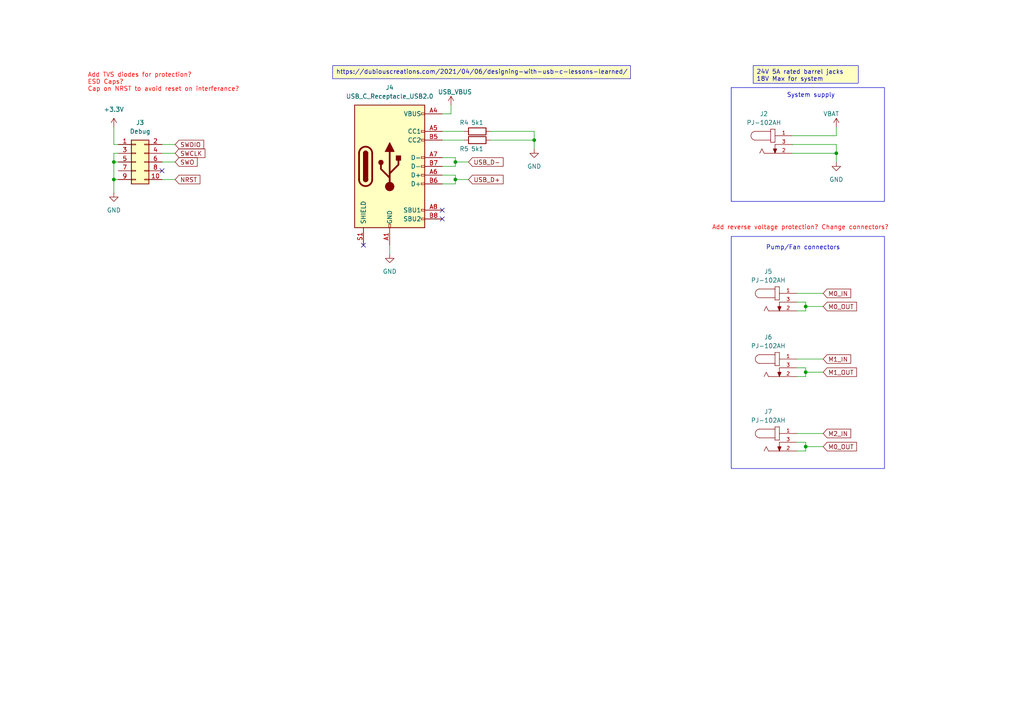
<source format=kicad_sch>
(kicad_sch
	(version 20231120)
	(generator "eeschema")
	(generator_version "8.0")
	(uuid "1a26cf22-fd0c-4162-98f6-e2148724eb96")
	(paper "A4")
	(lib_symbols
		(symbol "Connector:USB_C_Receptacle_USB2.0"
			(pin_names
				(offset 1.016)
			)
			(exclude_from_sim no)
			(in_bom yes)
			(on_board yes)
			(property "Reference" "J"
				(at -10.16 19.05 0)
				(effects
					(font
						(size 1.27 1.27)
					)
					(justify left)
				)
			)
			(property "Value" "USB_C_Receptacle_USB2.0"
				(at 19.05 19.05 0)
				(effects
					(font
						(size 1.27 1.27)
					)
					(justify right)
				)
			)
			(property "Footprint" ""
				(at 3.81 0 0)
				(effects
					(font
						(size 1.27 1.27)
					)
					(hide yes)
				)
			)
			(property "Datasheet" "https://www.usb.org/sites/default/files/documents/usb_type-c.zip"
				(at 3.81 0 0)
				(effects
					(font
						(size 1.27 1.27)
					)
					(hide yes)
				)
			)
			(property "Description" "USB 2.0-only Type-C Receptacle connector"
				(at 0 0 0)
				(effects
					(font
						(size 1.27 1.27)
					)
					(hide yes)
				)
			)
			(property "ki_keywords" "usb universal serial bus type-C USB2.0"
				(at 0 0 0)
				(effects
					(font
						(size 1.27 1.27)
					)
					(hide yes)
				)
			)
			(property "ki_fp_filters" "USB*C*Receptacle*"
				(at 0 0 0)
				(effects
					(font
						(size 1.27 1.27)
					)
					(hide yes)
				)
			)
			(symbol "USB_C_Receptacle_USB2.0_0_0"
				(rectangle
					(start -0.254 -17.78)
					(end 0.254 -16.764)
					(stroke
						(width 0)
						(type default)
					)
					(fill
						(type none)
					)
				)
				(rectangle
					(start 10.16 -14.986)
					(end 9.144 -15.494)
					(stroke
						(width 0)
						(type default)
					)
					(fill
						(type none)
					)
				)
				(rectangle
					(start 10.16 -12.446)
					(end 9.144 -12.954)
					(stroke
						(width 0)
						(type default)
					)
					(fill
						(type none)
					)
				)
				(rectangle
					(start 10.16 -4.826)
					(end 9.144 -5.334)
					(stroke
						(width 0)
						(type default)
					)
					(fill
						(type none)
					)
				)
				(rectangle
					(start 10.16 -2.286)
					(end 9.144 -2.794)
					(stroke
						(width 0)
						(type default)
					)
					(fill
						(type none)
					)
				)
				(rectangle
					(start 10.16 0.254)
					(end 9.144 -0.254)
					(stroke
						(width 0)
						(type default)
					)
					(fill
						(type none)
					)
				)
				(rectangle
					(start 10.16 2.794)
					(end 9.144 2.286)
					(stroke
						(width 0)
						(type default)
					)
					(fill
						(type none)
					)
				)
				(rectangle
					(start 10.16 7.874)
					(end 9.144 7.366)
					(stroke
						(width 0)
						(type default)
					)
					(fill
						(type none)
					)
				)
				(rectangle
					(start 10.16 10.414)
					(end 9.144 9.906)
					(stroke
						(width 0)
						(type default)
					)
					(fill
						(type none)
					)
				)
				(rectangle
					(start 10.16 15.494)
					(end 9.144 14.986)
					(stroke
						(width 0)
						(type default)
					)
					(fill
						(type none)
					)
				)
			)
			(symbol "USB_C_Receptacle_USB2.0_0_1"
				(rectangle
					(start -10.16 17.78)
					(end 10.16 -17.78)
					(stroke
						(width 0.254)
						(type default)
					)
					(fill
						(type background)
					)
				)
				(arc
					(start -8.89 -3.81)
					(mid -6.985 -5.7067)
					(end -5.08 -3.81)
					(stroke
						(width 0.508)
						(type default)
					)
					(fill
						(type none)
					)
				)
				(arc
					(start -7.62 -3.81)
					(mid -6.985 -4.4423)
					(end -6.35 -3.81)
					(stroke
						(width 0.254)
						(type default)
					)
					(fill
						(type none)
					)
				)
				(arc
					(start -7.62 -3.81)
					(mid -6.985 -4.4423)
					(end -6.35 -3.81)
					(stroke
						(width 0.254)
						(type default)
					)
					(fill
						(type outline)
					)
				)
				(rectangle
					(start -7.62 -3.81)
					(end -6.35 3.81)
					(stroke
						(width 0.254)
						(type default)
					)
					(fill
						(type outline)
					)
				)
				(arc
					(start -6.35 3.81)
					(mid -6.985 4.4423)
					(end -7.62 3.81)
					(stroke
						(width 0.254)
						(type default)
					)
					(fill
						(type none)
					)
				)
				(arc
					(start -6.35 3.81)
					(mid -6.985 4.4423)
					(end -7.62 3.81)
					(stroke
						(width 0.254)
						(type default)
					)
					(fill
						(type outline)
					)
				)
				(arc
					(start -5.08 3.81)
					(mid -6.985 5.7067)
					(end -8.89 3.81)
					(stroke
						(width 0.508)
						(type default)
					)
					(fill
						(type none)
					)
				)
				(circle
					(center -2.54 1.143)
					(radius 0.635)
					(stroke
						(width 0.254)
						(type default)
					)
					(fill
						(type outline)
					)
				)
				(circle
					(center 0 -5.842)
					(radius 1.27)
					(stroke
						(width 0)
						(type default)
					)
					(fill
						(type outline)
					)
				)
				(polyline
					(pts
						(xy -8.89 -3.81) (xy -8.89 3.81)
					)
					(stroke
						(width 0.508)
						(type default)
					)
					(fill
						(type none)
					)
				)
				(polyline
					(pts
						(xy -5.08 3.81) (xy -5.08 -3.81)
					)
					(stroke
						(width 0.508)
						(type default)
					)
					(fill
						(type none)
					)
				)
				(polyline
					(pts
						(xy 0 -5.842) (xy 0 4.318)
					)
					(stroke
						(width 0.508)
						(type default)
					)
					(fill
						(type none)
					)
				)
				(polyline
					(pts
						(xy 0 -3.302) (xy -2.54 -0.762) (xy -2.54 0.508)
					)
					(stroke
						(width 0.508)
						(type default)
					)
					(fill
						(type none)
					)
				)
				(polyline
					(pts
						(xy 0 -2.032) (xy 2.54 0.508) (xy 2.54 1.778)
					)
					(stroke
						(width 0.508)
						(type default)
					)
					(fill
						(type none)
					)
				)
				(polyline
					(pts
						(xy -1.27 4.318) (xy 0 6.858) (xy 1.27 4.318) (xy -1.27 4.318)
					)
					(stroke
						(width 0.254)
						(type default)
					)
					(fill
						(type outline)
					)
				)
				(rectangle
					(start 1.905 1.778)
					(end 3.175 3.048)
					(stroke
						(width 0.254)
						(type default)
					)
					(fill
						(type outline)
					)
				)
			)
			(symbol "USB_C_Receptacle_USB2.0_1_1"
				(pin passive line
					(at 0 -22.86 90)
					(length 5.08)
					(name "GND"
						(effects
							(font
								(size 1.27 1.27)
							)
						)
					)
					(number "A1"
						(effects
							(font
								(size 1.27 1.27)
							)
						)
					)
				)
				(pin passive line
					(at 0 -22.86 90)
					(length 5.08) hide
					(name "GND"
						(effects
							(font
								(size 1.27 1.27)
							)
						)
					)
					(number "A12"
						(effects
							(font
								(size 1.27 1.27)
							)
						)
					)
				)
				(pin passive line
					(at 15.24 15.24 180)
					(length 5.08)
					(name "VBUS"
						(effects
							(font
								(size 1.27 1.27)
							)
						)
					)
					(number "A4"
						(effects
							(font
								(size 1.27 1.27)
							)
						)
					)
				)
				(pin bidirectional line
					(at 15.24 10.16 180)
					(length 5.08)
					(name "CC1"
						(effects
							(font
								(size 1.27 1.27)
							)
						)
					)
					(number "A5"
						(effects
							(font
								(size 1.27 1.27)
							)
						)
					)
				)
				(pin bidirectional line
					(at 15.24 -2.54 180)
					(length 5.08)
					(name "D+"
						(effects
							(font
								(size 1.27 1.27)
							)
						)
					)
					(number "A6"
						(effects
							(font
								(size 1.27 1.27)
							)
						)
					)
				)
				(pin bidirectional line
					(at 15.24 2.54 180)
					(length 5.08)
					(name "D-"
						(effects
							(font
								(size 1.27 1.27)
							)
						)
					)
					(number "A7"
						(effects
							(font
								(size 1.27 1.27)
							)
						)
					)
				)
				(pin bidirectional line
					(at 15.24 -12.7 180)
					(length 5.08)
					(name "SBU1"
						(effects
							(font
								(size 1.27 1.27)
							)
						)
					)
					(number "A8"
						(effects
							(font
								(size 1.27 1.27)
							)
						)
					)
				)
				(pin passive line
					(at 15.24 15.24 180)
					(length 5.08) hide
					(name "VBUS"
						(effects
							(font
								(size 1.27 1.27)
							)
						)
					)
					(number "A9"
						(effects
							(font
								(size 1.27 1.27)
							)
						)
					)
				)
				(pin passive line
					(at 0 -22.86 90)
					(length 5.08) hide
					(name "GND"
						(effects
							(font
								(size 1.27 1.27)
							)
						)
					)
					(number "B1"
						(effects
							(font
								(size 1.27 1.27)
							)
						)
					)
				)
				(pin passive line
					(at 0 -22.86 90)
					(length 5.08) hide
					(name "GND"
						(effects
							(font
								(size 1.27 1.27)
							)
						)
					)
					(number "B12"
						(effects
							(font
								(size 1.27 1.27)
							)
						)
					)
				)
				(pin passive line
					(at 15.24 15.24 180)
					(length 5.08) hide
					(name "VBUS"
						(effects
							(font
								(size 1.27 1.27)
							)
						)
					)
					(number "B4"
						(effects
							(font
								(size 1.27 1.27)
							)
						)
					)
				)
				(pin bidirectional line
					(at 15.24 7.62 180)
					(length 5.08)
					(name "CC2"
						(effects
							(font
								(size 1.27 1.27)
							)
						)
					)
					(number "B5"
						(effects
							(font
								(size 1.27 1.27)
							)
						)
					)
				)
				(pin bidirectional line
					(at 15.24 -5.08 180)
					(length 5.08)
					(name "D+"
						(effects
							(font
								(size 1.27 1.27)
							)
						)
					)
					(number "B6"
						(effects
							(font
								(size 1.27 1.27)
							)
						)
					)
				)
				(pin bidirectional line
					(at 15.24 0 180)
					(length 5.08)
					(name "D-"
						(effects
							(font
								(size 1.27 1.27)
							)
						)
					)
					(number "B7"
						(effects
							(font
								(size 1.27 1.27)
							)
						)
					)
				)
				(pin bidirectional line
					(at 15.24 -15.24 180)
					(length 5.08)
					(name "SBU2"
						(effects
							(font
								(size 1.27 1.27)
							)
						)
					)
					(number "B8"
						(effects
							(font
								(size 1.27 1.27)
							)
						)
					)
				)
				(pin passive line
					(at 15.24 15.24 180)
					(length 5.08) hide
					(name "VBUS"
						(effects
							(font
								(size 1.27 1.27)
							)
						)
					)
					(number "B9"
						(effects
							(font
								(size 1.27 1.27)
							)
						)
					)
				)
				(pin passive line
					(at -7.62 -22.86 90)
					(length 5.08)
					(name "SHIELD"
						(effects
							(font
								(size 1.27 1.27)
							)
						)
					)
					(number "S1"
						(effects
							(font
								(size 1.27 1.27)
							)
						)
					)
				)
			)
		)
		(symbol "Connector_Generic:Conn_02x05_Odd_Even"
			(pin_names
				(offset 1.016) hide)
			(exclude_from_sim no)
			(in_bom yes)
			(on_board yes)
			(property "Reference" "J"
				(at 1.27 7.62 0)
				(effects
					(font
						(size 1.27 1.27)
					)
				)
			)
			(property "Value" "Conn_02x05_Odd_Even"
				(at 1.27 -7.62 0)
				(effects
					(font
						(size 1.27 1.27)
					)
				)
			)
			(property "Footprint" ""
				(at 0 0 0)
				(effects
					(font
						(size 1.27 1.27)
					)
					(hide yes)
				)
			)
			(property "Datasheet" "~"
				(at 0 0 0)
				(effects
					(font
						(size 1.27 1.27)
					)
					(hide yes)
				)
			)
			(property "Description" "Generic connector, double row, 02x05, odd/even pin numbering scheme (row 1 odd numbers, row 2 even numbers), script generated (kicad-library-utils/schlib/autogen/connector/)"
				(at 0 0 0)
				(effects
					(font
						(size 1.27 1.27)
					)
					(hide yes)
				)
			)
			(property "ki_keywords" "connector"
				(at 0 0 0)
				(effects
					(font
						(size 1.27 1.27)
					)
					(hide yes)
				)
			)
			(property "ki_fp_filters" "Connector*:*_2x??_*"
				(at 0 0 0)
				(effects
					(font
						(size 1.27 1.27)
					)
					(hide yes)
				)
			)
			(symbol "Conn_02x05_Odd_Even_1_1"
				(rectangle
					(start -1.27 -4.953)
					(end 0 -5.207)
					(stroke
						(width 0.1524)
						(type default)
					)
					(fill
						(type none)
					)
				)
				(rectangle
					(start -1.27 -2.413)
					(end 0 -2.667)
					(stroke
						(width 0.1524)
						(type default)
					)
					(fill
						(type none)
					)
				)
				(rectangle
					(start -1.27 0.127)
					(end 0 -0.127)
					(stroke
						(width 0.1524)
						(type default)
					)
					(fill
						(type none)
					)
				)
				(rectangle
					(start -1.27 2.667)
					(end 0 2.413)
					(stroke
						(width 0.1524)
						(type default)
					)
					(fill
						(type none)
					)
				)
				(rectangle
					(start -1.27 5.207)
					(end 0 4.953)
					(stroke
						(width 0.1524)
						(type default)
					)
					(fill
						(type none)
					)
				)
				(rectangle
					(start -1.27 6.35)
					(end 3.81 -6.35)
					(stroke
						(width 0.254)
						(type default)
					)
					(fill
						(type background)
					)
				)
				(rectangle
					(start 3.81 -4.953)
					(end 2.54 -5.207)
					(stroke
						(width 0.1524)
						(type default)
					)
					(fill
						(type none)
					)
				)
				(rectangle
					(start 3.81 -2.413)
					(end 2.54 -2.667)
					(stroke
						(width 0.1524)
						(type default)
					)
					(fill
						(type none)
					)
				)
				(rectangle
					(start 3.81 0.127)
					(end 2.54 -0.127)
					(stroke
						(width 0.1524)
						(type default)
					)
					(fill
						(type none)
					)
				)
				(rectangle
					(start 3.81 2.667)
					(end 2.54 2.413)
					(stroke
						(width 0.1524)
						(type default)
					)
					(fill
						(type none)
					)
				)
				(rectangle
					(start 3.81 5.207)
					(end 2.54 4.953)
					(stroke
						(width 0.1524)
						(type default)
					)
					(fill
						(type none)
					)
				)
				(pin passive line
					(at -5.08 5.08 0)
					(length 3.81)
					(name "Pin_1"
						(effects
							(font
								(size 1.27 1.27)
							)
						)
					)
					(number "1"
						(effects
							(font
								(size 1.27 1.27)
							)
						)
					)
				)
				(pin passive line
					(at 7.62 -5.08 180)
					(length 3.81)
					(name "Pin_10"
						(effects
							(font
								(size 1.27 1.27)
							)
						)
					)
					(number "10"
						(effects
							(font
								(size 1.27 1.27)
							)
						)
					)
				)
				(pin passive line
					(at 7.62 5.08 180)
					(length 3.81)
					(name "Pin_2"
						(effects
							(font
								(size 1.27 1.27)
							)
						)
					)
					(number "2"
						(effects
							(font
								(size 1.27 1.27)
							)
						)
					)
				)
				(pin passive line
					(at -5.08 2.54 0)
					(length 3.81)
					(name "Pin_3"
						(effects
							(font
								(size 1.27 1.27)
							)
						)
					)
					(number "3"
						(effects
							(font
								(size 1.27 1.27)
							)
						)
					)
				)
				(pin passive line
					(at 7.62 2.54 180)
					(length 3.81)
					(name "Pin_4"
						(effects
							(font
								(size 1.27 1.27)
							)
						)
					)
					(number "4"
						(effects
							(font
								(size 1.27 1.27)
							)
						)
					)
				)
				(pin passive line
					(at -5.08 0 0)
					(length 3.81)
					(name "Pin_5"
						(effects
							(font
								(size 1.27 1.27)
							)
						)
					)
					(number "5"
						(effects
							(font
								(size 1.27 1.27)
							)
						)
					)
				)
				(pin passive line
					(at 7.62 0 180)
					(length 3.81)
					(name "Pin_6"
						(effects
							(font
								(size 1.27 1.27)
							)
						)
					)
					(number "6"
						(effects
							(font
								(size 1.27 1.27)
							)
						)
					)
				)
				(pin passive line
					(at -5.08 -2.54 0)
					(length 3.81)
					(name "Pin_7"
						(effects
							(font
								(size 1.27 1.27)
							)
						)
					)
					(number "7"
						(effects
							(font
								(size 1.27 1.27)
							)
						)
					)
				)
				(pin passive line
					(at 7.62 -2.54 180)
					(length 3.81)
					(name "Pin_8"
						(effects
							(font
								(size 1.27 1.27)
							)
						)
					)
					(number "8"
						(effects
							(font
								(size 1.27 1.27)
							)
						)
					)
				)
				(pin passive line
					(at -5.08 -5.08 0)
					(length 3.81)
					(name "Pin_9"
						(effects
							(font
								(size 1.27 1.27)
							)
						)
					)
					(number "9"
						(effects
							(font
								(size 1.27 1.27)
							)
						)
					)
				)
			)
		)
		(symbol "Device:R"
			(pin_numbers hide)
			(pin_names
				(offset 0)
			)
			(exclude_from_sim no)
			(in_bom yes)
			(on_board yes)
			(property "Reference" "R"
				(at 2.032 0 90)
				(effects
					(font
						(size 1.27 1.27)
					)
				)
			)
			(property "Value" "R"
				(at 0 0 90)
				(effects
					(font
						(size 1.27 1.27)
					)
				)
			)
			(property "Footprint" ""
				(at -1.778 0 90)
				(effects
					(font
						(size 1.27 1.27)
					)
					(hide yes)
				)
			)
			(property "Datasheet" "~"
				(at 0 0 0)
				(effects
					(font
						(size 1.27 1.27)
					)
					(hide yes)
				)
			)
			(property "Description" "Resistor"
				(at 0 0 0)
				(effects
					(font
						(size 1.27 1.27)
					)
					(hide yes)
				)
			)
			(property "ki_keywords" "R res resistor"
				(at 0 0 0)
				(effects
					(font
						(size 1.27 1.27)
					)
					(hide yes)
				)
			)
			(property "ki_fp_filters" "R_*"
				(at 0 0 0)
				(effects
					(font
						(size 1.27 1.27)
					)
					(hide yes)
				)
			)
			(symbol "R_0_1"
				(rectangle
					(start -1.016 -2.54)
					(end 1.016 2.54)
					(stroke
						(width 0.254)
						(type default)
					)
					(fill
						(type none)
					)
				)
			)
			(symbol "R_1_1"
				(pin passive line
					(at 0 3.81 270)
					(length 1.27)
					(name "~"
						(effects
							(font
								(size 1.27 1.27)
							)
						)
					)
					(number "1"
						(effects
							(font
								(size 1.27 1.27)
							)
						)
					)
				)
				(pin passive line
					(at 0 -3.81 90)
					(length 1.27)
					(name "~"
						(effects
							(font
								(size 1.27 1.27)
							)
						)
					)
					(number "2"
						(effects
							(font
								(size 1.27 1.27)
							)
						)
					)
				)
			)
		)
		(symbol "GND_1"
			(power)
			(pin_numbers hide)
			(pin_names
				(offset 0) hide)
			(exclude_from_sim no)
			(in_bom yes)
			(on_board yes)
			(property "Reference" "#PWR"
				(at 0 -6.35 0)
				(effects
					(font
						(size 1.27 1.27)
					)
					(hide yes)
				)
			)
			(property "Value" "GND"
				(at 0 -3.81 0)
				(effects
					(font
						(size 1.27 1.27)
					)
				)
			)
			(property "Footprint" ""
				(at 0 0 0)
				(effects
					(font
						(size 1.27 1.27)
					)
					(hide yes)
				)
			)
			(property "Datasheet" ""
				(at 0 0 0)
				(effects
					(font
						(size 1.27 1.27)
					)
					(hide yes)
				)
			)
			(property "Description" "Power symbol creates a global label with name \"GND\" , ground"
				(at 0 0 0)
				(effects
					(font
						(size 1.27 1.27)
					)
					(hide yes)
				)
			)
			(property "ki_keywords" "global power"
				(at 0 0 0)
				(effects
					(font
						(size 1.27 1.27)
					)
					(hide yes)
				)
			)
			(symbol "GND_1_0_1"
				(polyline
					(pts
						(xy 0 0) (xy 0 -1.27) (xy 1.27 -1.27) (xy 0 -2.54) (xy -1.27 -1.27) (xy 0 -1.27)
					)
					(stroke
						(width 0)
						(type default)
					)
					(fill
						(type none)
					)
				)
			)
			(symbol "GND_1_1_1"
				(pin power_in line
					(at 0 0 270)
					(length 0)
					(name "~"
						(effects
							(font
								(size 1.27 1.27)
							)
						)
					)
					(number "1"
						(effects
							(font
								(size 1.27 1.27)
							)
						)
					)
				)
			)
		)
		(symbol "PJ-102AH:PJ-102AH"
			(pin_names
				(offset 1.016)
			)
			(exclude_from_sim no)
			(in_bom yes)
			(on_board yes)
			(property "Reference" "J"
				(at -7.6258 5.0838 0)
				(effects
					(font
						(size 1.27 1.27)
					)
					(justify left bottom)
				)
			)
			(property "Value" "PJ-102AH"
				(at -7.6296 -5.0864 0)
				(effects
					(font
						(size 1.27 1.27)
					)
					(justify left bottom)
				)
			)
			(property "Footprint" "PJ-102AH:CUI_PJ-102AH"
				(at 0 0 0)
				(effects
					(font
						(size 1.27 1.27)
					)
					(justify bottom)
					(hide yes)
				)
			)
			(property "Datasheet" ""
				(at 0 0 0)
				(effects
					(font
						(size 1.27 1.27)
					)
					(hide yes)
				)
			)
			(property "Description" ""
				(at 0 0 0)
				(effects
					(font
						(size 1.27 1.27)
					)
					(hide yes)
				)
			)
			(property "MF" "CUI Devices"
				(at 0 0 0)
				(effects
					(font
						(size 1.27 1.27)
					)
					(justify bottom)
					(hide yes)
				)
			)
			(property "Purchase-URL" "https://pricing.snapeda.com/search/part/PJ-102AH/?ref=eda"
				(at 0 0 0)
				(effects
					(font
						(size 1.27 1.27)
					)
					(justify bottom)
					(hide yes)
				)
			)
			(property "Package" "None"
				(at 0 0 0)
				(effects
					(font
						(size 1.27 1.27)
					)
					(justify bottom)
					(hide yes)
				)
			)
			(property "Price" "None"
				(at 0 0 0)
				(effects
					(font
						(size 1.27 1.27)
					)
					(justify bottom)
					(hide yes)
				)
			)
			(property "CUI_purchase_URL" "https://www.cuidevices.com/product/interconnect/connectors/dc-power-connectors/jacks/pj-102ah?utm_source=snapeda.com&utm_medium=referral&utm_campaign=snapedaBOM"
				(at 0 0 0)
				(effects
					(font
						(size 1.27 1.27)
					)
					(justify bottom)
					(hide yes)
				)
			)
			(property "MP" "PJ-102AH"
				(at 0 0 0)
				(effects
					(font
						(size 1.27 1.27)
					)
					(justify bottom)
					(hide yes)
				)
			)
			(property "Availability" "In Stock"
				(at 0 0 0)
				(effects
					(font
						(size 1.27 1.27)
					)
					(justify bottom)
					(hide yes)
				)
			)
			(property "Description_1" "2.0 x 6.5 mm, 5.0 A, Horizontal, Through Hole, Tapered Pins, Dc Power Jack Connector"
				(at 0 0 0)
				(effects
					(font
						(size 1.27 1.27)
					)
					(justify bottom)
					(hide yes)
				)
			)
			(symbol "PJ-102AH_0_0"
				(arc
					(start -5.715 3.81)
					(mid -6.9794 2.54)
					(end -5.715 1.27)
					(stroke
						(width 0.1524)
						(type default)
					)
					(fill
						(type none)
					)
				)
				(polyline
					(pts
						(xy -5.715 3.81) (xy -1.27 3.81)
					)
					(stroke
						(width 0.1524)
						(type default)
					)
					(fill
						(type none)
					)
				)
				(polyline
					(pts
						(xy -3.81 -1.27) (xy -4.445 -2.54)
					)
					(stroke
						(width 0.1524)
						(type default)
					)
					(fill
						(type none)
					)
				)
				(polyline
					(pts
						(xy -3.175 -2.54) (xy -3.81 -1.27)
					)
					(stroke
						(width 0.1524)
						(type default)
					)
					(fill
						(type none)
					)
				)
				(polyline
					(pts
						(xy -1.27 0.635) (xy 0 0.635)
					)
					(stroke
						(width 0.1524)
						(type default)
					)
					(fill
						(type none)
					)
				)
				(polyline
					(pts
						(xy -1.27 1.27) (xy -5.715 1.27)
					)
					(stroke
						(width 0.1524)
						(type default)
					)
					(fill
						(type none)
					)
				)
				(polyline
					(pts
						(xy -1.27 1.27) (xy -1.27 0.635)
					)
					(stroke
						(width 0.1524)
						(type default)
					)
					(fill
						(type none)
					)
				)
				(polyline
					(pts
						(xy -1.27 3.81) (xy -1.27 1.27)
					)
					(stroke
						(width 0.1524)
						(type default)
					)
					(fill
						(type none)
					)
				)
				(polyline
					(pts
						(xy -1.27 4.445) (xy -1.27 3.81)
					)
					(stroke
						(width 0.1524)
						(type default)
					)
					(fill
						(type none)
					)
				)
				(polyline
					(pts
						(xy 0 -2.54) (xy -3.175 -2.54)
					)
					(stroke
						(width 0.1524)
						(type default)
					)
					(fill
						(type none)
					)
				)
				(polyline
					(pts
						(xy 0 0) (xy 0 -2.54)
					)
					(stroke
						(width 0.1524)
						(type default)
					)
					(fill
						(type none)
					)
				)
				(polyline
					(pts
						(xy 0 0.635) (xy 0 4.445)
					)
					(stroke
						(width 0.1524)
						(type default)
					)
					(fill
						(type none)
					)
				)
				(polyline
					(pts
						(xy 0 4.445) (xy -1.27 4.445)
					)
					(stroke
						(width 0.1524)
						(type default)
					)
					(fill
						(type none)
					)
				)
				(polyline
					(pts
						(xy 0 -2.54) (xy -0.508 -1.27) (xy 0.508 -1.27) (xy 0 -2.54)
					)
					(stroke
						(width 0.1524)
						(type default)
					)
					(fill
						(type outline)
					)
				)
				(pin passive line
					(at 5.08 2.54 180)
					(length 5.08)
					(name "~"
						(effects
							(font
								(size 1.016 1.016)
							)
						)
					)
					(number "1"
						(effects
							(font
								(size 1.016 1.016)
							)
						)
					)
				)
				(pin passive line
					(at 5.08 -2.54 180)
					(length 5.08)
					(name "~"
						(effects
							(font
								(size 1.016 1.016)
							)
						)
					)
					(number "2"
						(effects
							(font
								(size 1.016 1.016)
							)
						)
					)
				)
				(pin passive line
					(at 5.08 0 180)
					(length 5.08)
					(name "~"
						(effects
							(font
								(size 1.016 1.016)
							)
						)
					)
					(number "3"
						(effects
							(font
								(size 1.016 1.016)
							)
						)
					)
				)
			)
		)
		(symbol "power:+3.3V"
			(power)
			(pin_names
				(offset 0)
			)
			(exclude_from_sim no)
			(in_bom yes)
			(on_board yes)
			(property "Reference" "#PWR"
				(at 0 -3.81 0)
				(effects
					(font
						(size 1.27 1.27)
					)
					(hide yes)
				)
			)
			(property "Value" "+3.3V"
				(at 0 3.556 0)
				(effects
					(font
						(size 1.27 1.27)
					)
				)
			)
			(property "Footprint" ""
				(at 0 0 0)
				(effects
					(font
						(size 1.27 1.27)
					)
					(hide yes)
				)
			)
			(property "Datasheet" ""
				(at 0 0 0)
				(effects
					(font
						(size 1.27 1.27)
					)
					(hide yes)
				)
			)
			(property "Description" "Power symbol creates a global label with name \"+3.3V\""
				(at 0 0 0)
				(effects
					(font
						(size 1.27 1.27)
					)
					(hide yes)
				)
			)
			(property "ki_keywords" "global power"
				(at 0 0 0)
				(effects
					(font
						(size 1.27 1.27)
					)
					(hide yes)
				)
			)
			(symbol "+3.3V_0_1"
				(polyline
					(pts
						(xy -0.762 1.27) (xy 0 2.54)
					)
					(stroke
						(width 0)
						(type default)
					)
					(fill
						(type none)
					)
				)
				(polyline
					(pts
						(xy 0 0) (xy 0 2.54)
					)
					(stroke
						(width 0)
						(type default)
					)
					(fill
						(type none)
					)
				)
				(polyline
					(pts
						(xy 0 2.54) (xy 0.762 1.27)
					)
					(stroke
						(width 0)
						(type default)
					)
					(fill
						(type none)
					)
				)
			)
			(symbol "+3.3V_1_1"
				(pin power_in line
					(at 0 0 90)
					(length 0) hide
					(name "+3.3V"
						(effects
							(font
								(size 1.27 1.27)
							)
						)
					)
					(number "1"
						(effects
							(font
								(size 1.27 1.27)
							)
						)
					)
				)
			)
		)
		(symbol "power:GND"
			(power)
			(pin_names
				(offset 0)
			)
			(exclude_from_sim no)
			(in_bom yes)
			(on_board yes)
			(property "Reference" "#PWR"
				(at 0 -6.35 0)
				(effects
					(font
						(size 1.27 1.27)
					)
					(hide yes)
				)
			)
			(property "Value" "GND"
				(at 0 -3.81 0)
				(effects
					(font
						(size 1.27 1.27)
					)
				)
			)
			(property "Footprint" ""
				(at 0 0 0)
				(effects
					(font
						(size 1.27 1.27)
					)
					(hide yes)
				)
			)
			(property "Datasheet" ""
				(at 0 0 0)
				(effects
					(font
						(size 1.27 1.27)
					)
					(hide yes)
				)
			)
			(property "Description" "Power symbol creates a global label with name \"GND\" , ground"
				(at 0 0 0)
				(effects
					(font
						(size 1.27 1.27)
					)
					(hide yes)
				)
			)
			(property "ki_keywords" "global power"
				(at 0 0 0)
				(effects
					(font
						(size 1.27 1.27)
					)
					(hide yes)
				)
			)
			(symbol "GND_0_1"
				(polyline
					(pts
						(xy 0 0) (xy 0 -1.27) (xy 1.27 -1.27) (xy 0 -2.54) (xy -1.27 -1.27) (xy 0 -1.27)
					)
					(stroke
						(width 0)
						(type default)
					)
					(fill
						(type none)
					)
				)
			)
			(symbol "GND_1_1"
				(pin power_in line
					(at 0 0 270)
					(length 0) hide
					(name "GND"
						(effects
							(font
								(size 1.27 1.27)
							)
						)
					)
					(number "1"
						(effects
							(font
								(size 1.27 1.27)
							)
						)
					)
				)
			)
		)
		(symbol "power:VBUS"
			(power)
			(pin_names
				(offset 0)
			)
			(exclude_from_sim no)
			(in_bom yes)
			(on_board yes)
			(property "Reference" "#PWR"
				(at 0 -3.81 0)
				(effects
					(font
						(size 1.27 1.27)
					)
					(hide yes)
				)
			)
			(property "Value" "VBUS"
				(at 0 3.81 0)
				(effects
					(font
						(size 1.27 1.27)
					)
				)
			)
			(property "Footprint" ""
				(at 0 0 0)
				(effects
					(font
						(size 1.27 1.27)
					)
					(hide yes)
				)
			)
			(property "Datasheet" ""
				(at 0 0 0)
				(effects
					(font
						(size 1.27 1.27)
					)
					(hide yes)
				)
			)
			(property "Description" "Power symbol creates a global label with name \"VBUS\""
				(at 0 0 0)
				(effects
					(font
						(size 1.27 1.27)
					)
					(hide yes)
				)
			)
			(property "ki_keywords" "global power"
				(at 0 0 0)
				(effects
					(font
						(size 1.27 1.27)
					)
					(hide yes)
				)
			)
			(symbol "VBUS_0_1"
				(polyline
					(pts
						(xy -0.762 1.27) (xy 0 2.54)
					)
					(stroke
						(width 0)
						(type default)
					)
					(fill
						(type none)
					)
				)
				(polyline
					(pts
						(xy 0 0) (xy 0 2.54)
					)
					(stroke
						(width 0)
						(type default)
					)
					(fill
						(type none)
					)
				)
				(polyline
					(pts
						(xy 0 2.54) (xy 0.762 1.27)
					)
					(stroke
						(width 0)
						(type default)
					)
					(fill
						(type none)
					)
				)
			)
			(symbol "VBUS_1_1"
				(pin power_in line
					(at 0 0 90)
					(length 0) hide
					(name "VBUS"
						(effects
							(font
								(size 1.27 1.27)
							)
						)
					)
					(number "1"
						(effects
							(font
								(size 1.27 1.27)
							)
						)
					)
				)
			)
		)
	)
	(junction
		(at 233.68 129.54)
		(diameter 0)
		(color 0 0 0 0)
		(uuid "225a3058-bd8b-4375-aa97-67311f517ea3")
	)
	(junction
		(at 242.57 44.45)
		(diameter 0)
		(color 0 0 0 0)
		(uuid "4836e9a7-d57a-4cd9-852f-fd607cfa2813")
	)
	(junction
		(at 33.02 46.99)
		(diameter 0)
		(color 0 0 0 0)
		(uuid "8cd46a4a-65ca-4ba1-98e8-9899512c3f4f")
	)
	(junction
		(at 132.08 46.99)
		(diameter 0)
		(color 0 0 0 0)
		(uuid "902e3711-15c9-4cfc-9ac5-2c6b3a737563")
	)
	(junction
		(at 233.68 107.95)
		(diameter 0)
		(color 0 0 0 0)
		(uuid "9f6ac480-96b4-4119-8c69-f24dd24ea638")
	)
	(junction
		(at 33.02 52.07)
		(diameter 0)
		(color 0 0 0 0)
		(uuid "a2f0695f-1614-4432-9ba1-71a7906aab45")
	)
	(junction
		(at 154.94 40.64)
		(diameter 0)
		(color 0 0 0 0)
		(uuid "a7aeca43-743b-4a47-9fb7-60da2f246d30")
	)
	(junction
		(at 233.68 88.9)
		(diameter 0)
		(color 0 0 0 0)
		(uuid "dd1e5b20-9880-4984-a77a-5d04c872410f")
	)
	(junction
		(at 132.08 52.07)
		(diameter 0)
		(color 0 0 0 0)
		(uuid "eab99b5a-35c4-450f-981e-0ce72244ed45")
	)
	(no_connect
		(at 128.27 63.5)
		(uuid "7977a6c8-81e0-4855-8339-dbfcb32184ff")
	)
	(no_connect
		(at 46.99 49.53)
		(uuid "84e9baf3-01eb-49ed-b95f-dbdb3d22bce3")
	)
	(no_connect
		(at 105.41 71.12)
		(uuid "a1142a7f-4302-4742-ac80-3dbcbbaade10")
	)
	(no_connect
		(at 128.27 60.96)
		(uuid "e4449e02-daeb-4bc9-b35f-281ce626b58a")
	)
	(wire
		(pts
			(xy 130.81 30.48) (xy 130.81 33.02)
		)
		(stroke
			(width 0)
			(type default)
		)
		(uuid "0136feb0-21c7-4517-9ea4-c0dd2a727e71")
	)
	(wire
		(pts
			(xy 154.94 38.1) (xy 154.94 40.64)
		)
		(stroke
			(width 0)
			(type default)
		)
		(uuid "07a7abe8-43b7-4360-9e4f-03456c1f34f7")
	)
	(wire
		(pts
			(xy 33.02 52.07) (xy 34.29 52.07)
		)
		(stroke
			(width 0)
			(type default)
		)
		(uuid "121625f5-a545-4a69-a35d-19ec17c64005")
	)
	(wire
		(pts
			(xy 233.68 88.9) (xy 233.68 87.63)
		)
		(stroke
			(width 0)
			(type default)
		)
		(uuid "12bb74cf-0738-4f7c-ad43-591f976d8087")
	)
	(wire
		(pts
			(xy 231.14 106.68) (xy 233.68 106.68)
		)
		(stroke
			(width 0)
			(type default)
		)
		(uuid "175348a4-1acd-4d38-8442-6e71d86056ec")
	)
	(wire
		(pts
			(xy 242.57 36.83) (xy 242.57 39.37)
		)
		(stroke
			(width 0)
			(type default)
		)
		(uuid "2417e315-304a-449e-abcf-125a5c0bae1e")
	)
	(wire
		(pts
			(xy 132.08 46.99) (xy 135.89 46.99)
		)
		(stroke
			(width 0)
			(type default)
		)
		(uuid "25e57a90-772a-48bb-b288-e531604e7d26")
	)
	(wire
		(pts
			(xy 231.14 90.17) (xy 233.68 90.17)
		)
		(stroke
			(width 0)
			(type default)
		)
		(uuid "2cff6522-9122-48f5-8e81-c0bde11d0d8a")
	)
	(wire
		(pts
			(xy 33.02 46.99) (xy 33.02 52.07)
		)
		(stroke
			(width 0)
			(type default)
		)
		(uuid "31345b15-d8b7-4b06-8ba8-986a0ab10a50")
	)
	(wire
		(pts
			(xy 233.68 109.22) (xy 233.68 107.95)
		)
		(stroke
			(width 0)
			(type default)
		)
		(uuid "376701e4-5d10-4a3b-9f6f-34d7e0712305")
	)
	(wire
		(pts
			(xy 132.08 45.72) (xy 132.08 46.99)
		)
		(stroke
			(width 0)
			(type default)
		)
		(uuid "3928f4e0-5139-40cd-81f6-cf281375b1ac")
	)
	(wire
		(pts
			(xy 233.68 107.95) (xy 233.68 106.68)
		)
		(stroke
			(width 0)
			(type default)
		)
		(uuid "3cc78374-baf9-41ea-ac82-eac04e80df6b")
	)
	(wire
		(pts
			(xy 242.57 41.91) (xy 242.57 44.45)
		)
		(stroke
			(width 0)
			(type default)
		)
		(uuid "444868db-524a-40e7-a52d-5fc950ade07f")
	)
	(wire
		(pts
			(xy 46.99 52.07) (xy 50.8 52.07)
		)
		(stroke
			(width 0)
			(type default)
		)
		(uuid "44d60f47-3a1a-47d7-a24c-796519280dbd")
	)
	(wire
		(pts
			(xy 132.08 52.07) (xy 135.89 52.07)
		)
		(stroke
			(width 0)
			(type default)
		)
		(uuid "47fe6c4b-120e-4c9a-820d-041d75b5833c")
	)
	(wire
		(pts
			(xy 46.99 46.99) (xy 50.8 46.99)
		)
		(stroke
			(width 0)
			(type default)
		)
		(uuid "4eb570e9-41c4-4f45-a857-404dc159cb16")
	)
	(wire
		(pts
			(xy 231.14 109.22) (xy 233.68 109.22)
		)
		(stroke
			(width 0)
			(type default)
		)
		(uuid "526c8ea8-f9f9-4f00-917b-429cdc3dcb5f")
	)
	(wire
		(pts
			(xy 46.99 44.45) (xy 50.8 44.45)
		)
		(stroke
			(width 0)
			(type default)
		)
		(uuid "5685fc82-92fa-4caf-b5bf-25c50062e755")
	)
	(wire
		(pts
			(xy 229.87 41.91) (xy 242.57 41.91)
		)
		(stroke
			(width 0)
			(type default)
		)
		(uuid "5c9a6657-4754-4fbb-b803-27f81e285991")
	)
	(wire
		(pts
			(xy 229.87 44.45) (xy 242.57 44.45)
		)
		(stroke
			(width 0)
			(type default)
		)
		(uuid "5fdbf9b1-c956-4aab-bdbd-c04b6d7d5d88")
	)
	(wire
		(pts
			(xy 128.27 40.64) (xy 134.62 40.64)
		)
		(stroke
			(width 0)
			(type default)
		)
		(uuid "638bab56-d29e-41af-bcc5-e68cca38d94b")
	)
	(wire
		(pts
			(xy 231.14 125.73) (xy 238.76 125.73)
		)
		(stroke
			(width 0)
			(type default)
		)
		(uuid "6d392ad6-8eac-47cf-8234-323bc1099d90")
	)
	(wire
		(pts
			(xy 33.02 46.99) (xy 34.29 46.99)
		)
		(stroke
			(width 0)
			(type default)
		)
		(uuid "7b49e3e0-9c57-42f9-a1b4-bafa16c8c059")
	)
	(wire
		(pts
			(xy 154.94 40.64) (xy 154.94 43.18)
		)
		(stroke
			(width 0)
			(type default)
		)
		(uuid "7e6def7c-9fc2-4b26-b596-b4377472cb3e")
	)
	(wire
		(pts
			(xy 33.02 44.45) (xy 34.29 44.45)
		)
		(stroke
			(width 0)
			(type default)
		)
		(uuid "84dbbdc0-e4a0-4665-be0c-e95b33ee814b")
	)
	(wire
		(pts
			(xy 233.68 90.17) (xy 233.68 88.9)
		)
		(stroke
			(width 0)
			(type default)
		)
		(uuid "937c1758-8150-42d9-8cf4-2881c079c7ff")
	)
	(wire
		(pts
			(xy 33.02 36.83) (xy 33.02 41.91)
		)
		(stroke
			(width 0)
			(type default)
		)
		(uuid "94dbf2f6-684d-44ae-beb2-e84c818bac85")
	)
	(wire
		(pts
			(xy 33.02 41.91) (xy 34.29 41.91)
		)
		(stroke
			(width 0)
			(type default)
		)
		(uuid "9562b61e-425e-4a38-814c-16c9937d4104")
	)
	(wire
		(pts
			(xy 231.14 128.27) (xy 233.68 128.27)
		)
		(stroke
			(width 0)
			(type default)
		)
		(uuid "986050ee-dcdd-45a1-84bc-a8bc03305ac0")
	)
	(wire
		(pts
			(xy 128.27 50.8) (xy 132.08 50.8)
		)
		(stroke
			(width 0)
			(type default)
		)
		(uuid "98c66091-3b50-449a-b0c7-b505fea7b12b")
	)
	(wire
		(pts
			(xy 233.68 107.95) (xy 238.76 107.95)
		)
		(stroke
			(width 0)
			(type default)
		)
		(uuid "9c09a93a-19ef-4616-b435-d8fccdfcbf2b")
	)
	(wire
		(pts
			(xy 231.14 85.09) (xy 238.76 85.09)
		)
		(stroke
			(width 0)
			(type default)
		)
		(uuid "a18b58bd-dee4-49a7-a386-b4c972a78695")
	)
	(wire
		(pts
			(xy 231.14 104.14) (xy 238.76 104.14)
		)
		(stroke
			(width 0)
			(type default)
		)
		(uuid "a28eb2c9-5713-4599-a1be-31c570af5563")
	)
	(wire
		(pts
			(xy 113.03 71.12) (xy 113.03 73.66)
		)
		(stroke
			(width 0)
			(type default)
		)
		(uuid "a45e375c-d597-41a4-b219-898dcef64b88")
	)
	(wire
		(pts
			(xy 132.08 50.8) (xy 132.08 52.07)
		)
		(stroke
			(width 0)
			(type default)
		)
		(uuid "a6021fdf-b34a-4658-8837-f570a48df821")
	)
	(wire
		(pts
			(xy 128.27 38.1) (xy 134.62 38.1)
		)
		(stroke
			(width 0)
			(type default)
		)
		(uuid "a9623447-2d13-4a4a-8a3b-1a19eba58619")
	)
	(wire
		(pts
			(xy 128.27 53.34) (xy 132.08 53.34)
		)
		(stroke
			(width 0)
			(type default)
		)
		(uuid "aa05b76f-1156-41a2-b915-90936c3a0f43")
	)
	(wire
		(pts
			(xy 231.14 87.63) (xy 233.68 87.63)
		)
		(stroke
			(width 0)
			(type default)
		)
		(uuid "b0dff816-f03c-45fb-9bbe-3938c1c18126")
	)
	(wire
		(pts
			(xy 132.08 52.07) (xy 132.08 53.34)
		)
		(stroke
			(width 0)
			(type default)
		)
		(uuid "bd1f627f-27d3-48f3-af3e-d39fca571059")
	)
	(wire
		(pts
			(xy 128.27 45.72) (xy 132.08 45.72)
		)
		(stroke
			(width 0)
			(type default)
		)
		(uuid "be66c21c-5e96-48a6-9e81-81c62b9eff72")
	)
	(wire
		(pts
			(xy 233.68 88.9) (xy 238.76 88.9)
		)
		(stroke
			(width 0)
			(type default)
		)
		(uuid "c3a4596c-3098-4907-9b82-69cb78c44044")
	)
	(wire
		(pts
			(xy 231.14 130.81) (xy 233.68 130.81)
		)
		(stroke
			(width 0)
			(type default)
		)
		(uuid "c4d095e8-01e6-4d8f-b3fe-967223d9686b")
	)
	(wire
		(pts
			(xy 242.57 44.45) (xy 242.57 46.99)
		)
		(stroke
			(width 0)
			(type default)
		)
		(uuid "c50d5982-7a0b-446a-af14-24f7db529b6d")
	)
	(wire
		(pts
			(xy 128.27 48.26) (xy 132.08 48.26)
		)
		(stroke
			(width 0)
			(type default)
		)
		(uuid "c6227f04-8108-441a-8c3e-b210799d2688")
	)
	(wire
		(pts
			(xy 233.68 129.54) (xy 233.68 128.27)
		)
		(stroke
			(width 0)
			(type default)
		)
		(uuid "c9cf7ae4-3215-4ef1-9940-2133cea725f5")
	)
	(wire
		(pts
			(xy 46.99 41.91) (xy 50.8 41.91)
		)
		(stroke
			(width 0)
			(type default)
		)
		(uuid "d20dae76-0279-4c13-a714-f43fdb9223cc")
	)
	(wire
		(pts
			(xy 132.08 46.99) (xy 132.08 48.26)
		)
		(stroke
			(width 0)
			(type default)
		)
		(uuid "e7817ceb-d234-4333-84df-441a5bcdd17f")
	)
	(wire
		(pts
			(xy 33.02 52.07) (xy 33.02 55.88)
		)
		(stroke
			(width 0)
			(type default)
		)
		(uuid "e79ed610-83a3-43fc-b76d-a049bffa1497")
	)
	(wire
		(pts
			(xy 142.24 40.64) (xy 154.94 40.64)
		)
		(stroke
			(width 0)
			(type default)
		)
		(uuid "eccbf431-db4f-4cbd-8526-f15935edb507")
	)
	(wire
		(pts
			(xy 233.68 129.54) (xy 238.76 129.54)
		)
		(stroke
			(width 0)
			(type default)
		)
		(uuid "f45e2e82-82af-4437-8f96-1bbcaa33016f")
	)
	(wire
		(pts
			(xy 33.02 44.45) (xy 33.02 46.99)
		)
		(stroke
			(width 0)
			(type default)
		)
		(uuid "f5883a09-d848-4e3d-baec-69976c3fa803")
	)
	(wire
		(pts
			(xy 229.87 39.37) (xy 242.57 39.37)
		)
		(stroke
			(width 0)
			(type default)
		)
		(uuid "f5db7046-755d-4ff6-b71b-4c019a972fd7")
	)
	(wire
		(pts
			(xy 233.68 130.81) (xy 233.68 129.54)
		)
		(stroke
			(width 0)
			(type default)
		)
		(uuid "f6fe026c-fccd-47ef-b03f-e32a2533aff6")
	)
	(wire
		(pts
			(xy 128.27 33.02) (xy 130.81 33.02)
		)
		(stroke
			(width 0)
			(type default)
		)
		(uuid "fa8f321d-a1da-4379-ad01-8dfb06defc47")
	)
	(wire
		(pts
			(xy 142.24 38.1) (xy 154.94 38.1)
		)
		(stroke
			(width 0)
			(type default)
		)
		(uuid "fa97aabc-90e0-43c0-aa8a-b2be9381a218")
	)
	(rectangle
		(start 212.09 68.58)
		(end 256.54 135.89)
		(stroke
			(width 0)
			(type default)
		)
		(fill
			(type none)
		)
		(uuid 37a2ae16-0e14-4a97-94a9-dbb3755dd16d)
	)
	(rectangle
		(start 212.09 25.4)
		(end 256.54 58.42)
		(stroke
			(width 0)
			(type default)
		)
		(fill
			(type none)
		)
		(uuid 92ac9eff-cf1e-4aa7-9e01-7ca9942ab3d8)
	)
	(text_box "24V 5A rated barrel jacks\n18V Max for system"
		(exclude_from_sim no)
		(at 218.44 19.05 0)
		(size 30.48 5.08)
		(stroke
			(width 0)
			(type default)
		)
		(fill
			(type color)
			(color 255 255 194 1)
		)
		(effects
			(font
				(size 1.27 1.27)
			)
			(justify left top)
		)
		(uuid "183fb7db-23ce-4170-b77e-e57de24fe266")
	)
	(text_box "https://dubiouscreations.com/2021/04/06/designing-with-usb-c-lessons-learned/"
		(exclude_from_sim no)
		(at 96.52 19.05 0)
		(size 86.36 3.81)
		(stroke
			(width 0)
			(type default)
		)
		(fill
			(type color)
			(color 255 255 194 1)
		)
		(effects
			(font
				(size 1.27 1.27)
			)
			(justify left top)
		)
		(uuid "ae930d5e-d58f-4d60-a1ff-e0709e767747")
	)
	(text "System supply"
		(exclude_from_sim no)
		(at 235.204 27.686 0)
		(effects
			(font
				(size 1.27 1.27)
			)
		)
		(uuid "3bc4a55e-cc82-4673-9fa5-4c452ff984eb")
	)
	(text "Add reverse voltage protection? Change connectors?"
		(exclude_from_sim no)
		(at 206.502 66.802 0)
		(effects
			(font
				(size 1.27 1.27)
				(color 255 0 0 1)
			)
			(justify left bottom)
		)
		(uuid "563aecd5-774f-4fce-9f0b-bfd7a786549a")
	)
	(text "Pump/Fan connectors"
		(exclude_from_sim no)
		(at 232.918 71.882 0)
		(effects
			(font
				(size 1.27 1.27)
			)
		)
		(uuid "d4532272-254e-4c4a-978d-2c04cac4a6f4")
	)
	(text "Add TVS diodes for protection?\nESD Caps?\nCap on NRST to avoid reset on interferance?"
		(exclude_from_sim no)
		(at 25.4 26.67 0)
		(effects
			(font
				(size 1.27 1.27)
				(color 255 0 0 1)
			)
			(justify left bottom)
		)
		(uuid "ec40b0f8-25ac-44df-bc38-46683b0db3ff")
	)
	(global_label "SWDIO"
		(shape input)
		(at 50.8 41.91 0)
		(fields_autoplaced yes)
		(effects
			(font
				(size 1.27 1.27)
			)
			(justify left)
		)
		(uuid "099d8386-902d-47a2-b94b-4611ac4a1fb5")
		(property "Intersheetrefs" "${INTERSHEET_REFS}"
			(at 59.6514 41.91 0)
			(effects
				(font
					(size 1.27 1.27)
				)
				(justify left)
				(hide yes)
			)
		)
	)
	(global_label "USB_D-"
		(shape input)
		(at 135.89 46.99 0)
		(fields_autoplaced yes)
		(effects
			(font
				(size 1.27 1.27)
			)
			(justify left)
		)
		(uuid "0bfa496b-3bd5-4681-945a-687642cfd684")
		(property "Intersheetrefs" "${INTERSHEET_REFS}"
			(at 146.4952 46.99 0)
			(effects
				(font
					(size 1.27 1.27)
				)
				(justify left)
				(hide yes)
			)
		)
	)
	(global_label "M0_OUT"
		(shape input)
		(at 238.76 88.9 0)
		(fields_autoplaced yes)
		(effects
			(font
				(size 1.27 1.27)
			)
			(justify left)
		)
		(uuid "23f5f7a8-764c-4799-810e-582a6c0aab2c")
		(property "Intersheetrefs" "${INTERSHEET_REFS}"
			(at 249.0023 88.9 0)
			(effects
				(font
					(size 1.27 1.27)
				)
				(justify left)
				(hide yes)
			)
		)
	)
	(global_label "SWO"
		(shape input)
		(at 50.8 46.99 0)
		(fields_autoplaced yes)
		(effects
			(font
				(size 1.27 1.27)
			)
			(justify left)
		)
		(uuid "3340c591-1fce-44c6-9bb6-36e56cfdab46")
		(property "Intersheetrefs" "${INTERSHEET_REFS}"
			(at 57.7766 46.99 0)
			(effects
				(font
					(size 1.27 1.27)
				)
				(justify left)
				(hide yes)
			)
		)
	)
	(global_label "USB_D+"
		(shape input)
		(at 135.89 52.07 0)
		(fields_autoplaced yes)
		(effects
			(font
				(size 1.27 1.27)
			)
			(justify left)
		)
		(uuid "4edef1d3-685f-4035-a330-24ca42a69cfe")
		(property "Intersheetrefs" "${INTERSHEET_REFS}"
			(at 146.4952 52.07 0)
			(effects
				(font
					(size 1.27 1.27)
				)
				(justify left)
				(hide yes)
			)
		)
	)
	(global_label "M1_OUT"
		(shape input)
		(at 238.76 107.95 0)
		(fields_autoplaced yes)
		(effects
			(font
				(size 1.27 1.27)
			)
			(justify left)
		)
		(uuid "6339e3a3-bd77-4bd5-a0b8-165dd4ffdfbc")
		(property "Intersheetrefs" "${INTERSHEET_REFS}"
			(at 249.0023 107.95 0)
			(effects
				(font
					(size 1.27 1.27)
				)
				(justify left)
				(hide yes)
			)
		)
	)
	(global_label "NRST"
		(shape input)
		(at 50.8 52.07 0)
		(fields_autoplaced yes)
		(effects
			(font
				(size 1.27 1.27)
			)
			(justify left)
		)
		(uuid "8bb2ed7b-62b6-4ad4-888d-5e5ad4cb51fd")
		(property "Intersheetrefs" "${INTERSHEET_REFS}"
			(at 58.5628 52.07 0)
			(effects
				(font
					(size 1.27 1.27)
				)
				(justify left)
				(hide yes)
			)
		)
	)
	(global_label "M0_OUT"
		(shape input)
		(at 238.76 129.54 0)
		(fields_autoplaced yes)
		(effects
			(font
				(size 1.27 1.27)
			)
			(justify left)
		)
		(uuid "95faeb3f-c2a5-45da-8241-0d50954a3779")
		(property "Intersheetrefs" "${INTERSHEET_REFS}"
			(at 249.0023 129.54 0)
			(effects
				(font
					(size 1.27 1.27)
				)
				(justify left)
				(hide yes)
			)
		)
	)
	(global_label "M1_IN"
		(shape input)
		(at 238.76 104.14 0)
		(fields_autoplaced yes)
		(effects
			(font
				(size 1.27 1.27)
			)
			(justify left)
		)
		(uuid "b7ac309e-f7e1-4e64-af5c-b78d1cab72c2")
		(property "Intersheetrefs" "${INTERSHEET_REFS}"
			(at 247.309 104.14 0)
			(effects
				(font
					(size 1.27 1.27)
				)
				(justify left)
				(hide yes)
			)
		)
	)
	(global_label "M2_IN"
		(shape input)
		(at 238.76 125.73 0)
		(fields_autoplaced yes)
		(effects
			(font
				(size 1.27 1.27)
			)
			(justify left)
		)
		(uuid "b946edd7-f983-4b12-aced-e1aa85ef99f0")
		(property "Intersheetrefs" "${INTERSHEET_REFS}"
			(at 247.309 125.73 0)
			(effects
				(font
					(size 1.27 1.27)
				)
				(justify left)
				(hide yes)
			)
		)
	)
	(global_label "M0_IN"
		(shape input)
		(at 238.76 85.09 0)
		(fields_autoplaced yes)
		(effects
			(font
				(size 1.27 1.27)
			)
			(justify left)
		)
		(uuid "ca846754-75f5-4bd5-95ae-11ca02f3ab8a")
		(property "Intersheetrefs" "${INTERSHEET_REFS}"
			(at 247.309 85.09 0)
			(effects
				(font
					(size 1.27 1.27)
				)
				(justify left)
				(hide yes)
			)
		)
	)
	(global_label "SWCLK"
		(shape input)
		(at 50.8 44.45 0)
		(fields_autoplaced yes)
		(effects
			(font
				(size 1.27 1.27)
			)
			(justify left)
		)
		(uuid "df0aba92-b292-40b5-b3c0-df023a6e5c4d")
		(property "Intersheetrefs" "${INTERSHEET_REFS}"
			(at 60.0142 44.45 0)
			(effects
				(font
					(size 1.27 1.27)
				)
				(justify left)
				(hide yes)
			)
		)
	)
	(symbol
		(lib_id "PJ-102AH:PJ-102AH")
		(at 226.06 87.63 0)
		(unit 1)
		(exclude_from_sim no)
		(in_bom yes)
		(on_board yes)
		(dnp no)
		(fields_autoplaced yes)
		(uuid "0037c845-7d28-4830-9384-c2d0076a008f")
		(property "Reference" "J5"
			(at 222.8243 78.74 0)
			(effects
				(font
					(size 1.27 1.27)
				)
			)
		)
		(property "Value" "PJ-102AH"
			(at 222.8243 81.28 0)
			(effects
				(font
					(size 1.27 1.27)
				)
			)
		)
		(property "Footprint" "PJ-102AH:CUI_PJ-102AH"
			(at 226.06 87.63 0)
			(effects
				(font
					(size 1.27 1.27)
				)
				(justify bottom)
				(hide yes)
			)
		)
		(property "Datasheet" ""
			(at 226.06 87.63 0)
			(effects
				(font
					(size 1.27 1.27)
				)
				(hide yes)
			)
		)
		(property "Description" ""
			(at 226.06 87.63 0)
			(effects
				(font
					(size 1.27 1.27)
				)
				(hide yes)
			)
		)
		(property "MF" "CUI Devices"
			(at 226.06 87.63 0)
			(effects
				(font
					(size 1.27 1.27)
				)
				(justify bottom)
				(hide yes)
			)
		)
		(property "Purchase-URL" "https://pricing.snapeda.com/search/part/PJ-102AH/?ref=eda"
			(at 226.06 87.63 0)
			(effects
				(font
					(size 1.27 1.27)
				)
				(justify bottom)
				(hide yes)
			)
		)
		(property "Package" "None"
			(at 226.06 87.63 0)
			(effects
				(font
					(size 1.27 1.27)
				)
				(justify bottom)
				(hide yes)
			)
		)
		(property "Price" "None"
			(at 226.06 87.63 0)
			(effects
				(font
					(size 1.27 1.27)
				)
				(justify bottom)
				(hide yes)
			)
		)
		(property "CUI_purchase_URL" "https://www.cuidevices.com/product/interconnect/connectors/dc-power-connectors/jacks/pj-102ah?utm_source=snapeda.com&utm_medium=referral&utm_campaign=snapedaBOM"
			(at 226.06 87.63 0)
			(effects
				(font
					(size 1.27 1.27)
				)
				(justify bottom)
				(hide yes)
			)
		)
		(property "MP" "PJ-102AH"
			(at 226.06 87.63 0)
			(effects
				(font
					(size 1.27 1.27)
				)
				(justify bottom)
				(hide yes)
			)
		)
		(property "Availability" "In Stock"
			(at 226.06 87.63 0)
			(effects
				(font
					(size 1.27 1.27)
				)
				(justify bottom)
				(hide yes)
			)
		)
		(property "Description_1" "2.0 x 6.5 mm, 5.0 A, Horizontal, Through Hole, Tapered Pins, Dc Power Jack Connector"
			(at 226.06 87.63 0)
			(effects
				(font
					(size 1.27 1.27)
				)
				(justify bottom)
				(hide yes)
			)
		)
		(pin "1"
			(uuid "55e02f86-0721-47e5-bd96-2dae9441780f")
		)
		(pin "3"
			(uuid "2e03d285-7b45-4df5-9746-94022f194ce3")
		)
		(pin "2"
			(uuid "c06537ee-12be-4bd1-803e-5d268032ce53")
		)
		(instances
			(project "Garden Control System"
				(path "/be495e14-3da3-4129-8396-1871cb6cba29/204a168b-bbb9-470c-896a-2af26f197140"
					(reference "J5")
					(unit 1)
				)
			)
		)
	)
	(symbol
		(lib_id "power:GND")
		(at 113.03 73.66 0)
		(unit 1)
		(exclude_from_sim no)
		(in_bom yes)
		(on_board yes)
		(dnp no)
		(uuid "0493acf4-bc12-4695-93c8-3fa4bfd5069b")
		(property "Reference" "#PWR020"
			(at 113.03 80.01 0)
			(effects
				(font
					(size 1.27 1.27)
				)
				(hide yes)
			)
		)
		(property "Value" "GND"
			(at 113.03 78.74 0)
			(effects
				(font
					(size 1.27 1.27)
				)
			)
		)
		(property "Footprint" ""
			(at 113.03 73.66 0)
			(effects
				(font
					(size 1.27 1.27)
				)
				(hide yes)
			)
		)
		(property "Datasheet" ""
			(at 113.03 73.66 0)
			(effects
				(font
					(size 1.27 1.27)
				)
				(hide yes)
			)
		)
		(property "Description" ""
			(at 113.03 73.66 0)
			(effects
				(font
					(size 1.27 1.27)
				)
				(hide yes)
			)
		)
		(pin "1"
			(uuid "c2a3e0ed-9553-403c-8e8c-8afe0fda561e")
		)
		(instances
			(project "Garden Control System"
				(path "/be495e14-3da3-4129-8396-1871cb6cba29/204a168b-bbb9-470c-896a-2af26f197140"
					(reference "#PWR020")
					(unit 1)
				)
			)
		)
	)
	(symbol
		(lib_id "PJ-102AH:PJ-102AH")
		(at 226.06 106.68 0)
		(unit 1)
		(exclude_from_sim no)
		(in_bom yes)
		(on_board yes)
		(dnp no)
		(fields_autoplaced yes)
		(uuid "14f8404d-a9bd-45ea-a672-7bd7fb34c2a2")
		(property "Reference" "J6"
			(at 222.8243 97.79 0)
			(effects
				(font
					(size 1.27 1.27)
				)
			)
		)
		(property "Value" "PJ-102AH"
			(at 222.8243 100.33 0)
			(effects
				(font
					(size 1.27 1.27)
				)
			)
		)
		(property "Footprint" "PJ-102AH:CUI_PJ-102AH"
			(at 226.06 106.68 0)
			(effects
				(font
					(size 1.27 1.27)
				)
				(justify bottom)
				(hide yes)
			)
		)
		(property "Datasheet" ""
			(at 226.06 106.68 0)
			(effects
				(font
					(size 1.27 1.27)
				)
				(hide yes)
			)
		)
		(property "Description" ""
			(at 226.06 106.68 0)
			(effects
				(font
					(size 1.27 1.27)
				)
				(hide yes)
			)
		)
		(property "MF" "CUI Devices"
			(at 226.06 106.68 0)
			(effects
				(font
					(size 1.27 1.27)
				)
				(justify bottom)
				(hide yes)
			)
		)
		(property "Purchase-URL" "https://pricing.snapeda.com/search/part/PJ-102AH/?ref=eda"
			(at 226.06 106.68 0)
			(effects
				(font
					(size 1.27 1.27)
				)
				(justify bottom)
				(hide yes)
			)
		)
		(property "Package" "None"
			(at 226.06 106.68 0)
			(effects
				(font
					(size 1.27 1.27)
				)
				(justify bottom)
				(hide yes)
			)
		)
		(property "Price" "None"
			(at 226.06 106.68 0)
			(effects
				(font
					(size 1.27 1.27)
				)
				(justify bottom)
				(hide yes)
			)
		)
		(property "CUI_purchase_URL" "https://www.cuidevices.com/product/interconnect/connectors/dc-power-connectors/jacks/pj-102ah?utm_source=snapeda.com&utm_medium=referral&utm_campaign=snapedaBOM"
			(at 226.06 106.68 0)
			(effects
				(font
					(size 1.27 1.27)
				)
				(justify bottom)
				(hide yes)
			)
		)
		(property "MP" "PJ-102AH"
			(at 226.06 106.68 0)
			(effects
				(font
					(size 1.27 1.27)
				)
				(justify bottom)
				(hide yes)
			)
		)
		(property "Availability" "In Stock"
			(at 226.06 106.68 0)
			(effects
				(font
					(size 1.27 1.27)
				)
				(justify bottom)
				(hide yes)
			)
		)
		(property "Description_1" "2.0 x 6.5 mm, 5.0 A, Horizontal, Through Hole, Tapered Pins, Dc Power Jack Connector"
			(at 226.06 106.68 0)
			(effects
				(font
					(size 1.27 1.27)
				)
				(justify bottom)
				(hide yes)
			)
		)
		(pin "1"
			(uuid "10824ae1-74a6-4951-86b3-6115438879ce")
		)
		(pin "3"
			(uuid "a04bf402-715c-4822-9621-7bc5223d6aca")
		)
		(pin "2"
			(uuid "7b2db7b3-516f-4b12-924a-21bde74b86df")
		)
		(instances
			(project "Garden Control System"
				(path "/be495e14-3da3-4129-8396-1871cb6cba29/204a168b-bbb9-470c-896a-2af26f197140"
					(reference "J6")
					(unit 1)
				)
			)
		)
	)
	(symbol
		(lib_id "Device:R")
		(at 138.43 40.64 90)
		(unit 1)
		(exclude_from_sim no)
		(in_bom yes)
		(on_board yes)
		(dnp no)
		(uuid "171fee85-4be1-4c9c-9c9b-c39d3a8383b7")
		(property "Reference" "R5"
			(at 134.62 43.18 90)
			(effects
				(font
					(size 1.27 1.27)
				)
			)
		)
		(property "Value" "5k1"
			(at 138.43 43.18 90)
			(effects
				(font
					(size 1.27 1.27)
				)
			)
		)
		(property "Footprint" ""
			(at 138.43 42.418 90)
			(effects
				(font
					(size 1.27 1.27)
				)
				(hide yes)
			)
		)
		(property "Datasheet" "~"
			(at 138.43 40.64 0)
			(effects
				(font
					(size 1.27 1.27)
				)
				(hide yes)
			)
		)
		(property "Description" ""
			(at 138.43 40.64 0)
			(effects
				(font
					(size 1.27 1.27)
				)
				(hide yes)
			)
		)
		(pin "1"
			(uuid "08c0e2e3-8afb-4235-9a3c-7ed26e2bd036")
		)
		(pin "2"
			(uuid "3c3df30a-d740-4858-a3a3-ab62ca4490f6")
		)
		(instances
			(project "Garden Control System"
				(path "/be495e14-3da3-4129-8396-1871cb6cba29/204a168b-bbb9-470c-896a-2af26f197140"
					(reference "R5")
					(unit 1)
				)
			)
		)
	)
	(symbol
		(lib_id "power:VBUS")
		(at 242.57 36.83 0)
		(unit 1)
		(exclude_from_sim no)
		(in_bom yes)
		(on_board yes)
		(dnp no)
		(uuid "1d6f9abe-fb97-451d-8eec-9adc6b3f9fc3")
		(property "Reference" "#PWR037"
			(at 242.57 40.64 0)
			(effects
				(font
					(size 1.27 1.27)
				)
				(hide yes)
			)
		)
		(property "Value" "VBAT"
			(at 238.76 33.02 0)
			(effects
				(font
					(size 1.27 1.27)
				)
				(justify left)
			)
		)
		(property "Footprint" ""
			(at 242.57 36.83 0)
			(effects
				(font
					(size 1.27 1.27)
				)
				(hide yes)
			)
		)
		(property "Datasheet" ""
			(at 242.57 36.83 0)
			(effects
				(font
					(size 1.27 1.27)
				)
				(hide yes)
			)
		)
		(property "Description" ""
			(at 242.57 36.83 0)
			(effects
				(font
					(size 1.27 1.27)
				)
				(hide yes)
			)
		)
		(pin "1"
			(uuid "f9d9747d-fbf5-405c-8b11-664c196ea2df")
		)
		(instances
			(project "Garden Control System"
				(path "/be495e14-3da3-4129-8396-1871cb6cba29/204a168b-bbb9-470c-896a-2af26f197140"
					(reference "#PWR037")
					(unit 1)
				)
			)
		)
	)
	(symbol
		(lib_id "power:GND")
		(at 154.94 43.18 0)
		(unit 1)
		(exclude_from_sim no)
		(in_bom yes)
		(on_board yes)
		(dnp no)
		(fields_autoplaced yes)
		(uuid "221d48ee-3d6d-4c65-a153-343a2b651710")
		(property "Reference" "#PWR022"
			(at 154.94 49.53 0)
			(effects
				(font
					(size 1.27 1.27)
				)
				(hide yes)
			)
		)
		(property "Value" "GND"
			(at 154.94 48.26 0)
			(effects
				(font
					(size 1.27 1.27)
				)
			)
		)
		(property "Footprint" ""
			(at 154.94 43.18 0)
			(effects
				(font
					(size 1.27 1.27)
				)
				(hide yes)
			)
		)
		(property "Datasheet" ""
			(at 154.94 43.18 0)
			(effects
				(font
					(size 1.27 1.27)
				)
				(hide yes)
			)
		)
		(property "Description" ""
			(at 154.94 43.18 0)
			(effects
				(font
					(size 1.27 1.27)
				)
				(hide yes)
			)
		)
		(pin "1"
			(uuid "b0a33e9a-ec19-45cf-8b0c-ec99a5e14981")
		)
		(instances
			(project "Garden Control System"
				(path "/be495e14-3da3-4129-8396-1871cb6cba29/204a168b-bbb9-470c-896a-2af26f197140"
					(reference "#PWR022")
					(unit 1)
				)
			)
		)
	)
	(symbol
		(lib_id "Device:R")
		(at 138.43 38.1 90)
		(unit 1)
		(exclude_from_sim no)
		(in_bom yes)
		(on_board yes)
		(dnp no)
		(uuid "3b87c4df-cd27-4af3-8f4a-624fab6ec88b")
		(property "Reference" "R4"
			(at 134.62 35.56 90)
			(effects
				(font
					(size 1.27 1.27)
				)
			)
		)
		(property "Value" "5k1"
			(at 138.43 35.56 90)
			(effects
				(font
					(size 1.27 1.27)
				)
			)
		)
		(property "Footprint" ""
			(at 138.43 39.878 90)
			(effects
				(font
					(size 1.27 1.27)
				)
				(hide yes)
			)
		)
		(property "Datasheet" "~"
			(at 138.43 38.1 0)
			(effects
				(font
					(size 1.27 1.27)
				)
				(hide yes)
			)
		)
		(property "Description" ""
			(at 138.43 38.1 0)
			(effects
				(font
					(size 1.27 1.27)
				)
				(hide yes)
			)
		)
		(pin "1"
			(uuid "f43763f4-21f0-4c1a-98ff-d218f5bc16db")
		)
		(pin "2"
			(uuid "fabd7d06-33b7-44f9-92e8-c0a4890da141")
		)
		(instances
			(project "Garden Control System"
				(path "/be495e14-3da3-4129-8396-1871cb6cba29/204a168b-bbb9-470c-896a-2af26f197140"
					(reference "R4")
					(unit 1)
				)
			)
		)
	)
	(symbol
		(lib_id "power:+3.3V")
		(at 33.02 36.83 0)
		(unit 1)
		(exclude_from_sim no)
		(in_bom yes)
		(on_board yes)
		(dnp no)
		(fields_autoplaced yes)
		(uuid "3d60f95a-58ef-49cc-8f52-04b67193223d")
		(property "Reference" "#PWR03"
			(at 33.02 40.64 0)
			(effects
				(font
					(size 1.27 1.27)
				)
				(hide yes)
			)
		)
		(property "Value" "+3.3V"
			(at 33.02 31.75 0)
			(effects
				(font
					(size 1.27 1.27)
				)
			)
		)
		(property "Footprint" ""
			(at 33.02 36.83 0)
			(effects
				(font
					(size 1.27 1.27)
				)
				(hide yes)
			)
		)
		(property "Datasheet" ""
			(at 33.02 36.83 0)
			(effects
				(font
					(size 1.27 1.27)
				)
				(hide yes)
			)
		)
		(property "Description" ""
			(at 33.02 36.83 0)
			(effects
				(font
					(size 1.27 1.27)
				)
				(hide yes)
			)
		)
		(pin "1"
			(uuid "8590c46f-e251-4a43-8c5b-8634512387ff")
		)
		(instances
			(project "Garden Control System"
				(path "/be495e14-3da3-4129-8396-1871cb6cba29/204a168b-bbb9-470c-896a-2af26f197140"
					(reference "#PWR03")
					(unit 1)
				)
			)
		)
	)
	(symbol
		(lib_id "Connector:USB_C_Receptacle_USB2.0")
		(at 113.03 48.26 0)
		(unit 1)
		(exclude_from_sim no)
		(in_bom yes)
		(on_board yes)
		(dnp no)
		(fields_autoplaced yes)
		(uuid "5595b4ac-4436-47e8-9a8d-0ec0ad248293")
		(property "Reference" "J4"
			(at 113.03 25.4 0)
			(effects
				(font
					(size 1.27 1.27)
				)
			)
		)
		(property "Value" "USB_C_Receptacle_USB2.0"
			(at 113.03 27.94 0)
			(effects
				(font
					(size 1.27 1.27)
				)
			)
		)
		(property "Footprint" ""
			(at 116.84 48.26 0)
			(effects
				(font
					(size 1.27 1.27)
				)
				(hide yes)
			)
		)
		(property "Datasheet" "https://www.usb.org/sites/default/files/documents/usb_type-c.zip"
			(at 116.84 48.26 0)
			(effects
				(font
					(size 1.27 1.27)
				)
				(hide yes)
			)
		)
		(property "Description" ""
			(at 113.03 48.26 0)
			(effects
				(font
					(size 1.27 1.27)
				)
				(hide yes)
			)
		)
		(pin "A1"
			(uuid "0d46c703-f4ae-4868-b426-c1c919097130")
		)
		(pin "A12"
			(uuid "7abdafcd-c2a9-4218-a2b9-5af817f5d533")
		)
		(pin "A4"
			(uuid "165ed3ae-ede2-4352-b084-19b2c46e9384")
		)
		(pin "A5"
			(uuid "f44685fd-6db2-4fea-b7a0-d46e9b5ae8d6")
		)
		(pin "A6"
			(uuid "61761515-bf9b-4842-ba46-72f2c8d36ff5")
		)
		(pin "A7"
			(uuid "0c93d2bc-042b-490d-b625-d2381b78cf88")
		)
		(pin "A8"
			(uuid "6b258330-7827-434a-ad4f-4911a01069ee")
		)
		(pin "A9"
			(uuid "350ba69a-14bf-45f9-adb1-94332523175d")
		)
		(pin "B1"
			(uuid "4446c95e-9e39-4516-bfae-c15715a14670")
		)
		(pin "B12"
			(uuid "b5e5285c-6d9d-46c6-9ea1-f1151ee5b087")
		)
		(pin "B4"
			(uuid "a1ecb2d6-3c2f-4f75-b024-6f5e34e60338")
		)
		(pin "B5"
			(uuid "994d4175-76bb-4e41-baa6-42f1b795f81e")
		)
		(pin "B6"
			(uuid "00636946-b740-40c9-babc-4f37868c6111")
		)
		(pin "B7"
			(uuid "1def9719-c000-4d20-a588-bfd1d03c1863")
		)
		(pin "B8"
			(uuid "5127cd80-475d-4ae3-a81a-97cd782152c2")
		)
		(pin "B9"
			(uuid "b53867cc-6e20-4369-ba9e-8e6372a71233")
		)
		(pin "S1"
			(uuid "078fb4a1-8965-46a2-836d-5fd64b6feb16")
		)
		(instances
			(project "Garden Control System"
				(path "/be495e14-3da3-4129-8396-1871cb6cba29/204a168b-bbb9-470c-896a-2af26f197140"
					(reference "J4")
					(unit 1)
				)
			)
		)
	)
	(symbol
		(lib_id "power:GND")
		(at 33.02 55.88 0)
		(unit 1)
		(exclude_from_sim no)
		(in_bom yes)
		(on_board yes)
		(dnp no)
		(fields_autoplaced yes)
		(uuid "67c09350-a64a-4684-bb3d-9f0267b1cbb2")
		(property "Reference" "#PWR05"
			(at 33.02 62.23 0)
			(effects
				(font
					(size 1.27 1.27)
				)
				(hide yes)
			)
		)
		(property "Value" "GND"
			(at 33.02 60.96 0)
			(effects
				(font
					(size 1.27 1.27)
				)
			)
		)
		(property "Footprint" ""
			(at 33.02 55.88 0)
			(effects
				(font
					(size 1.27 1.27)
				)
				(hide yes)
			)
		)
		(property "Datasheet" ""
			(at 33.02 55.88 0)
			(effects
				(font
					(size 1.27 1.27)
				)
				(hide yes)
			)
		)
		(property "Description" ""
			(at 33.02 55.88 0)
			(effects
				(font
					(size 1.27 1.27)
				)
				(hide yes)
			)
		)
		(pin "1"
			(uuid "fdb96107-ff5c-45cb-ab84-b989236b66a5")
		)
		(instances
			(project "Garden Control System"
				(path "/be495e14-3da3-4129-8396-1871cb6cba29/204a168b-bbb9-470c-896a-2af26f197140"
					(reference "#PWR05")
					(unit 1)
				)
			)
		)
	)
	(symbol
		(lib_id "Connector_Generic:Conn_02x05_Odd_Even")
		(at 39.37 46.99 0)
		(unit 1)
		(exclude_from_sim no)
		(in_bom yes)
		(on_board yes)
		(dnp no)
		(fields_autoplaced yes)
		(uuid "81793a27-572c-49da-b61b-77b2c6719b6d")
		(property "Reference" "J3"
			(at 40.64 35.56 0)
			(effects
				(font
					(size 1.27 1.27)
				)
			)
		)
		(property "Value" "Debug"
			(at 40.64 38.1 0)
			(effects
				(font
					(size 1.27 1.27)
				)
			)
		)
		(property "Footprint" ""
			(at 39.37 46.99 0)
			(effects
				(font
					(size 1.27 1.27)
				)
				(hide yes)
			)
		)
		(property "Datasheet" "~"
			(at 39.37 46.99 0)
			(effects
				(font
					(size 1.27 1.27)
				)
				(hide yes)
			)
		)
		(property "Description" ""
			(at 39.37 46.99 0)
			(effects
				(font
					(size 1.27 1.27)
				)
				(hide yes)
			)
		)
		(pin "1"
			(uuid "4d1d1f62-8ca0-4d94-87e8-30f0b3eed95f")
		)
		(pin "10"
			(uuid "387aa61b-b471-4e85-ab0c-4725fd925fac")
		)
		(pin "2"
			(uuid "7a16bc0f-7c01-402a-80c0-7b7174821e36")
		)
		(pin "3"
			(uuid "daac9a41-4e8d-4601-bcd1-e6a8ae8a6d65")
		)
		(pin "4"
			(uuid "1ade80cd-a66f-40bd-b983-312748320de7")
		)
		(pin "5"
			(uuid "3100ab45-bb29-4931-94e9-1b3fb088b778")
		)
		(pin "6"
			(uuid "cf0ef1d0-08d8-414e-895b-49111596b812")
		)
		(pin "7"
			(uuid "56fa85c2-6db5-4cb4-9a59-a418879bcf59")
		)
		(pin "8"
			(uuid "2ad5222a-2bf4-474b-8672-29a45ea24ec3")
		)
		(pin "9"
			(uuid "3ac9aa42-3735-40d3-962b-1f3039e8df06")
		)
		(instances
			(project "Garden Control System"
				(path "/be495e14-3da3-4129-8396-1871cb6cba29/204a168b-bbb9-470c-896a-2af26f197140"
					(reference "J3")
					(unit 1)
				)
			)
		)
	)
	(symbol
		(lib_id "power:VBUS")
		(at 130.81 30.48 0)
		(unit 1)
		(exclude_from_sim no)
		(in_bom yes)
		(on_board yes)
		(dnp no)
		(uuid "84e85162-29c9-4b35-8747-db4048e8f0ee")
		(property "Reference" "#PWR021"
			(at 130.81 34.29 0)
			(effects
				(font
					(size 1.27 1.27)
				)
				(hide yes)
			)
		)
		(property "Value" "USB_VBUS"
			(at 127 26.67 0)
			(effects
				(font
					(size 1.27 1.27)
				)
				(justify left)
			)
		)
		(property "Footprint" ""
			(at 130.81 30.48 0)
			(effects
				(font
					(size 1.27 1.27)
				)
				(hide yes)
			)
		)
		(property "Datasheet" ""
			(at 130.81 30.48 0)
			(effects
				(font
					(size 1.27 1.27)
				)
				(hide yes)
			)
		)
		(property "Description" ""
			(at 130.81 30.48 0)
			(effects
				(font
					(size 1.27 1.27)
				)
				(hide yes)
			)
		)
		(pin "1"
			(uuid "8fdedaab-5e05-429b-a704-bccfc929b586")
		)
		(instances
			(project "Garden Control System"
				(path "/be495e14-3da3-4129-8396-1871cb6cba29/204a168b-bbb9-470c-896a-2af26f197140"
					(reference "#PWR021")
					(unit 1)
				)
			)
		)
	)
	(symbol
		(lib_id "PJ-102AH:PJ-102AH")
		(at 226.06 128.27 0)
		(unit 1)
		(exclude_from_sim no)
		(in_bom yes)
		(on_board yes)
		(dnp no)
		(fields_autoplaced yes)
		(uuid "a8c02b51-b34d-4bb5-b8dd-5f8ab5301038")
		(property "Reference" "J7"
			(at 222.8243 119.38 0)
			(effects
				(font
					(size 1.27 1.27)
				)
			)
		)
		(property "Value" "PJ-102AH"
			(at 222.8243 121.92 0)
			(effects
				(font
					(size 1.27 1.27)
				)
			)
		)
		(property "Footprint" "PJ-102AH:CUI_PJ-102AH"
			(at 226.06 128.27 0)
			(effects
				(font
					(size 1.27 1.27)
				)
				(justify bottom)
				(hide yes)
			)
		)
		(property "Datasheet" ""
			(at 226.06 128.27 0)
			(effects
				(font
					(size 1.27 1.27)
				)
				(hide yes)
			)
		)
		(property "Description" ""
			(at 226.06 128.27 0)
			(effects
				(font
					(size 1.27 1.27)
				)
				(hide yes)
			)
		)
		(property "MF" "CUI Devices"
			(at 226.06 128.27 0)
			(effects
				(font
					(size 1.27 1.27)
				)
				(justify bottom)
				(hide yes)
			)
		)
		(property "Purchase-URL" "https://pricing.snapeda.com/search/part/PJ-102AH/?ref=eda"
			(at 226.06 128.27 0)
			(effects
				(font
					(size 1.27 1.27)
				)
				(justify bottom)
				(hide yes)
			)
		)
		(property "Package" "None"
			(at 226.06 128.27 0)
			(effects
				(font
					(size 1.27 1.27)
				)
				(justify bottom)
				(hide yes)
			)
		)
		(property "Price" "None"
			(at 226.06 128.27 0)
			(effects
				(font
					(size 1.27 1.27)
				)
				(justify bottom)
				(hide yes)
			)
		)
		(property "CUI_purchase_URL" "https://www.cuidevices.com/product/interconnect/connectors/dc-power-connectors/jacks/pj-102ah?utm_source=snapeda.com&utm_medium=referral&utm_campaign=snapedaBOM"
			(at 226.06 128.27 0)
			(effects
				(font
					(size 1.27 1.27)
				)
				(justify bottom)
				(hide yes)
			)
		)
		(property "MP" "PJ-102AH"
			(at 226.06 128.27 0)
			(effects
				(font
					(size 1.27 1.27)
				)
				(justify bottom)
				(hide yes)
			)
		)
		(property "Availability" "In Stock"
			(at 226.06 128.27 0)
			(effects
				(font
					(size 1.27 1.27)
				)
				(justify bottom)
				(hide yes)
			)
		)
		(property "Description_1" "2.0 x 6.5 mm, 5.0 A, Horizontal, Through Hole, Tapered Pins, Dc Power Jack Connector"
			(at 226.06 128.27 0)
			(effects
				(font
					(size 1.27 1.27)
				)
				(justify bottom)
				(hide yes)
			)
		)
		(pin "1"
			(uuid "a605ee92-0e0b-4bb0-8205-53caf1d1821b")
		)
		(pin "3"
			(uuid "2eb3df5b-ea5d-4456-a936-298c9d9665d1")
		)
		(pin "2"
			(uuid "e64c677c-9c34-4646-aa65-c188cbdddc28")
		)
		(instances
			(project "Garden Control System"
				(path "/be495e14-3da3-4129-8396-1871cb6cba29/204a168b-bbb9-470c-896a-2af26f197140"
					(reference "J7")
					(unit 1)
				)
			)
		)
	)
	(symbol
		(lib_id "PJ-102AH:PJ-102AH")
		(at 224.79 41.91 0)
		(unit 1)
		(exclude_from_sim no)
		(in_bom yes)
		(on_board yes)
		(dnp no)
		(fields_autoplaced yes)
		(uuid "dd60698b-c691-4146-8317-a203592ec538")
		(property "Reference" "J2"
			(at 221.5543 33.02 0)
			(effects
				(font
					(size 1.27 1.27)
				)
			)
		)
		(property "Value" "PJ-102AH"
			(at 221.5543 35.56 0)
			(effects
				(font
					(size 1.27 1.27)
				)
			)
		)
		(property "Footprint" "PJ-102AH:CUI_PJ-102AH"
			(at 224.79 41.91 0)
			(effects
				(font
					(size 1.27 1.27)
				)
				(justify bottom)
				(hide yes)
			)
		)
		(property "Datasheet" ""
			(at 224.79 41.91 0)
			(effects
				(font
					(size 1.27 1.27)
				)
				(hide yes)
			)
		)
		(property "Description" ""
			(at 224.79 41.91 0)
			(effects
				(font
					(size 1.27 1.27)
				)
				(hide yes)
			)
		)
		(property "MF" "CUI Devices"
			(at 224.79 41.91 0)
			(effects
				(font
					(size 1.27 1.27)
				)
				(justify bottom)
				(hide yes)
			)
		)
		(property "Purchase-URL" "https://pricing.snapeda.com/search/part/PJ-102AH/?ref=eda"
			(at 224.79 41.91 0)
			(effects
				(font
					(size 1.27 1.27)
				)
				(justify bottom)
				(hide yes)
			)
		)
		(property "Package" "None"
			(at 224.79 41.91 0)
			(effects
				(font
					(size 1.27 1.27)
				)
				(justify bottom)
				(hide yes)
			)
		)
		(property "Price" "None"
			(at 224.79 41.91 0)
			(effects
				(font
					(size 1.27 1.27)
				)
				(justify bottom)
				(hide yes)
			)
		)
		(property "CUI_purchase_URL" "https://www.cuidevices.com/product/interconnect/connectors/dc-power-connectors/jacks/pj-102ah?utm_source=snapeda.com&utm_medium=referral&utm_campaign=snapedaBOM"
			(at 224.79 41.91 0)
			(effects
				(font
					(size 1.27 1.27)
				)
				(justify bottom)
				(hide yes)
			)
		)
		(property "MP" "PJ-102AH"
			(at 224.79 41.91 0)
			(effects
				(font
					(size 1.27 1.27)
				)
				(justify bottom)
				(hide yes)
			)
		)
		(property "Availability" "In Stock"
			(at 224.79 41.91 0)
			(effects
				(font
					(size 1.27 1.27)
				)
				(justify bottom)
				(hide yes)
			)
		)
		(property "Description_1" "2.0 x 6.5 mm, 5.0 A, Horizontal, Through Hole, Tapered Pins, Dc Power Jack Connector"
			(at 224.79 41.91 0)
			(effects
				(font
					(size 1.27 1.27)
				)
				(justify bottom)
				(hide yes)
			)
		)
		(pin "1"
			(uuid "2fe6d084-7863-452b-901e-80d964dc80f6")
		)
		(pin "3"
			(uuid "0b9251e1-917a-4a6c-8717-17dae0ff3453")
		)
		(pin "2"
			(uuid "4cead161-0ff1-468f-a0c2-ad02d5b2b4ef")
		)
		(instances
			(project "Garden Control System"
				(path "/be495e14-3da3-4129-8396-1871cb6cba29/204a168b-bbb9-470c-896a-2af26f197140"
					(reference "J2")
					(unit 1)
				)
			)
		)
	)
	(symbol
		(lib_name "GND_1")
		(lib_id "power:GND")
		(at 242.57 46.99 0)
		(unit 1)
		(exclude_from_sim no)
		(in_bom yes)
		(on_board yes)
		(dnp no)
		(fields_autoplaced yes)
		(uuid "fc7f599c-dc52-400d-9931-0028012528b1")
		(property "Reference" "#PWR02"
			(at 242.57 53.34 0)
			(effects
				(font
					(size 1.27 1.27)
				)
				(hide yes)
			)
		)
		(property "Value" "GND"
			(at 242.57 52.07 0)
			(effects
				(font
					(size 1.27 1.27)
				)
			)
		)
		(property "Footprint" ""
			(at 242.57 46.99 0)
			(effects
				(font
					(size 1.27 1.27)
				)
				(hide yes)
			)
		)
		(property "Datasheet" ""
			(at 242.57 46.99 0)
			(effects
				(font
					(size 1.27 1.27)
				)
				(hide yes)
			)
		)
		(property "Description" "Power symbol creates a global label with name \"GND\" , ground"
			(at 242.57 46.99 0)
			(effects
				(font
					(size 1.27 1.27)
				)
				(hide yes)
			)
		)
		(pin "1"
			(uuid "ab494075-bd61-4fbf-94d9-3635e3b3aa5c")
		)
		(instances
			(project "Garden Control System"
				(path "/be495e14-3da3-4129-8396-1871cb6cba29/204a168b-bbb9-470c-896a-2af26f197140"
					(reference "#PWR02")
					(unit 1)
				)
			)
		)
	)
)
</source>
